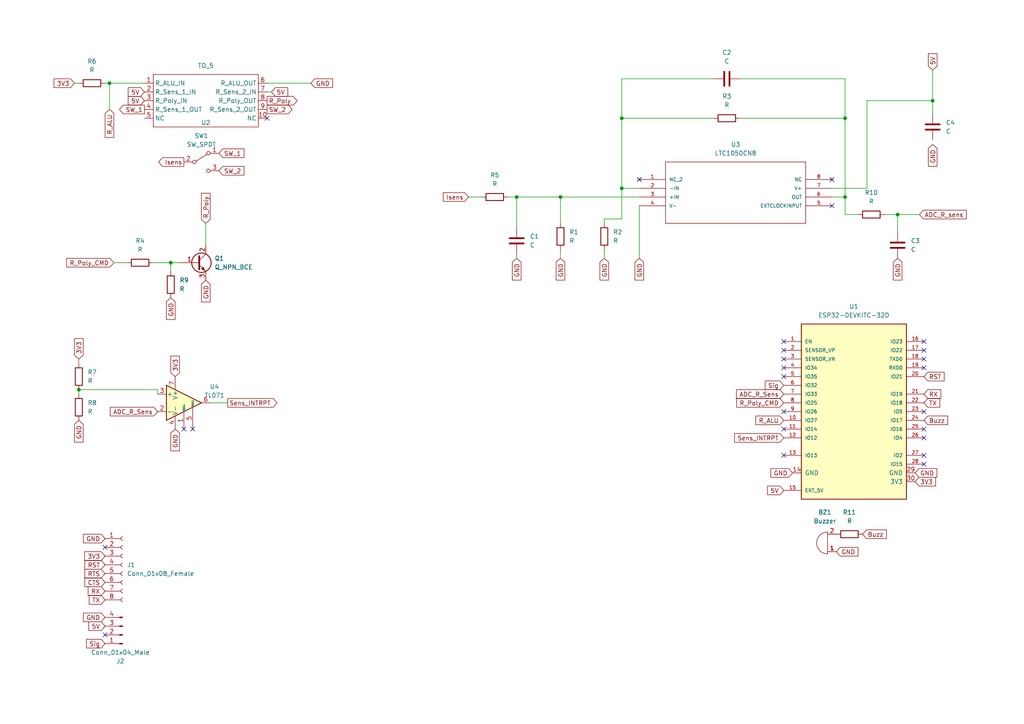
<source format=kicad_sch>
(kicad_sch (version 20210621) (generator eeschema)
  (paper "A4")
  (lib_symbols
    (symbol "Amplifier_Operational:TL071" (pin_names (offset 0.127))
      (property "Reference" "U" (at 0 6.35 0))
      (property "Value" "TL071" (at 0 3.81 0))
      (symbol "TL071_0_1"
        (polyline (pts (xy -5.08 5.08) (xy 5.08 0) (xy -5.08 -5.08) (xy -5.08 5.08)) (stroke (width 0.254)) (fill (type background)))
      )
      (symbol "TL071_1_1"
        (pin input line (at 0 -7.62 90) (length 5.08) (name "NULL") (number "1"))
        (pin input line (at -7.62 -2.54 0) (length 2.54) (name "-") (number "2"))
        (pin input line (at -7.62 2.54 0) (length 2.54) (name "+") (number "3"))
        (pin power_in line (at -2.54 -7.62 90) (length 3.81) (name "V-") (number "4"))
        (pin input line (at 2.54 -7.62 90) (length 6.35) (name "NULL") (number "5"))
        (pin output line (at 7.62 0 180) (length 2.54) (name "~") (number "6"))
        (pin power_in line (at -2.54 7.62 270) (length 3.81) (name "V+") (number "7"))
        (pin no_connect line (at 0 2.54 270) (length 2.54) hide (name "NC") (number "8"))
      )
    )
    (symbol "Connector:Conn_01x04_Male" (pin_names (offset 1.016) hide)
      (property "Reference" "J" (at 0 5.08 0))
      (property "Value" "Conn_01x04_Male" (at 0 -7.62 0))
      (symbol "Conn_01x04_Male_1_1"
        (polyline (pts (xy 1.27 -5.08) (xy 0.8636 -5.08)) (stroke (width 0.1524)))
        (polyline (pts (xy 1.27 -2.54) (xy 0.8636 -2.54)) (stroke (width 0.1524)))
        (polyline (pts (xy 1.27 0) (xy 0.8636 0)) (stroke (width 0.1524)))
        (polyline (pts (xy 1.27 2.54) (xy 0.8636 2.54)) (stroke (width 0.1524)))
        (rectangle (start 0.8636 -4.953) (end 0 -5.207) (stroke (width 0.1524)) (fill (type outline)))
        (rectangle (start 0.8636 -2.413) (end 0 -2.667) (stroke (width 0.1524)) (fill (type outline)))
        (rectangle (start 0.8636 0.127) (end 0 -0.127) (stroke (width 0.1524)) (fill (type outline)))
        (rectangle (start 0.8636 2.667) (end 0 2.413) (stroke (width 0.1524)) (fill (type outline)))
        (pin passive line (at 5.08 2.54 180) (length 3.81) (name "Pin_1") (number "1"))
        (pin passive line (at 5.08 0 180) (length 3.81) (name "Pin_2") (number "2"))
        (pin passive line (at 5.08 -2.54 180) (length 3.81) (name "Pin_3") (number "3"))
        (pin passive line (at 5.08 -5.08 180) (length 3.81) (name "Pin_4") (number "4"))
      )
    )
    (symbol "Connector:Conn_01x08_Female" (pin_names (offset 1.016) hide)
      (property "Reference" "J" (at 0 10.16 0))
      (property "Value" "Conn_01x08_Female" (at 0 -12.7 0))
      (symbol "Conn_01x08_Female_1_1"
        (arc (start 0 -9.652) (mid -0.508 -10.16) (end 0 -10.668) (stroke (width 0.1524)))
        (arc (start 0 -7.112) (mid -0.508 -7.62) (end 0 -8.128) (stroke (width 0.1524)))
        (arc (start 0 -4.572) (mid -0.508 -5.08) (end 0 -5.588) (stroke (width 0.1524)))
        (arc (start 0 -2.032) (mid -0.508 -2.54) (end 0 -3.048) (stroke (width 0.1524)))
        (polyline (pts (xy -1.27 -10.16) (xy -0.508 -10.16)) (stroke (width 0.1524)))
        (polyline (pts (xy -1.27 -7.62) (xy -0.508 -7.62)) (stroke (width 0.1524)))
        (polyline (pts (xy -1.27 -5.08) (xy -0.508 -5.08)) (stroke (width 0.1524)))
        (polyline (pts (xy -1.27 -2.54) (xy -0.508 -2.54)) (stroke (width 0.1524)))
        (polyline (pts (xy -1.27 0) (xy -0.508 0)) (stroke (width 0.1524)))
        (polyline (pts (xy -1.27 2.54) (xy -0.508 2.54)) (stroke (width 0.1524)))
        (polyline (pts (xy -1.27 5.08) (xy -0.508 5.08)) (stroke (width 0.1524)))
        (polyline (pts (xy -1.27 7.62) (xy -0.508 7.62)) (stroke (width 0.1524)))
        (arc (start 0 0.508) (mid -0.508 0) (end 0 -0.508) (stroke (width 0.1524)))
        (arc (start 0 3.048) (mid -0.508 2.54) (end 0 2.032) (stroke (width 0.1524)))
        (arc (start 0 5.588) (mid -0.508 5.08) (end 0 4.572) (stroke (width 0.1524)))
        (arc (start 0 8.128) (mid -0.508 7.62) (end 0 7.112) (stroke (width 0.1524)))
        (pin passive line (at -5.08 7.62 0) (length 3.81) (name "Pin_1") (number "1"))
        (pin passive line (at -5.08 5.08 0) (length 3.81) (name "Pin_2") (number "2"))
        (pin passive line (at -5.08 2.54 0) (length 3.81) (name "Pin_3") (number "3"))
        (pin passive line (at -5.08 0 0) (length 3.81) (name "Pin_4") (number "4"))
        (pin passive line (at -5.08 -2.54 0) (length 3.81) (name "Pin_5") (number "5"))
        (pin passive line (at -5.08 -5.08 0) (length 3.81) (name "Pin_6") (number "6"))
        (pin passive line (at -5.08 -7.62 0) (length 3.81) (name "Pin_7") (number "7"))
        (pin passive line (at -5.08 -10.16 0) (length 3.81) (name "Pin_8") (number "8"))
      )
    )
    (symbol "Device:Buzzer" (pin_names (offset 0.0254) hide)
      (property "Reference" "BZ" (at 3.81 1.27 0))
      (property "Value" "Buzzer" (at 3.81 -1.27 0))
      (symbol "Buzzer_0_1"
        (arc (start 0 -3.175) (mid 3.175 0) (end 0 3.175))
        (polyline (pts (xy -1.651 1.905) (xy -1.143 1.905)))
        (polyline (pts (xy -1.397 2.159) (xy -1.397 1.651)))
        (polyline (pts (xy 0 3.175) (xy 0 -3.175)))
      )
      (symbol "Buzzer_1_1"
        (pin passive line (at -2.54 2.54 0) (length 2.54) (name "-") (number "1"))
        (pin passive line (at -2.54 -2.54 0) (length 2.54) (name "+") (number "2"))
      )
    )
    (symbol "Device:C" (pin_numbers hide) (pin_names (offset 0.254))
      (property "Reference" "C" (at 0.635 2.54 0))
      (property "Value" "C" (at 0.635 -2.54 0))
      (symbol "C_0_1"
        (polyline (pts (xy -2.032 -0.762) (xy 2.032 -0.762)) (stroke (width 0.508)))
        (polyline (pts (xy -2.032 0.762) (xy 2.032 0.762)) (stroke (width 0.508)))
      )
      (symbol "C_1_1"
        (pin passive line (at 0 3.81 270) (length 2.794) (name "~") (number "1"))
        (pin passive line (at 0 -3.81 90) (length 2.794) (name "~") (number "2"))
      )
    )
    (symbol "Device:Q_NPN_BCE" (pin_names (offset 0) hide)
      (property "Reference" "Q" (at 5.08 1.27 0))
      (property "Value" "Q_NPN_BCE" (at 5.08 -1.27 0))
      (symbol "Q_NPN_BCE_0_1"
        (polyline (pts (xy 0.635 0.635) (xy 2.54 2.54)))
        (polyline (pts (xy 0.635 -0.635) (xy 2.54 -2.54) (xy 2.54 -2.54)))
        (polyline (pts (xy 0.635 1.905) (xy 0.635 -1.905) (xy 0.635 -1.905)) (stroke (width 0.508)))
        (polyline (pts (xy 1.27 -1.778) (xy 1.778 -1.27) (xy 2.286 -2.286) (xy 1.27 -1.778) (xy 1.27 -1.778)) (fill (type outline)))
        (circle (center 1.27 0) (radius 2.8194) (stroke (width 0.254)))
      )
      (symbol "Q_NPN_BCE_1_1"
        (pin input line (at -5.08 0 0) (length 5.715) (name "B") (number "1"))
        (pin passive line (at 2.54 5.08 270) (length 2.54) (name "C") (number "2"))
        (pin passive line (at 2.54 -5.08 90) (length 2.54) (name "E") (number "3"))
      )
    )
    (symbol "Device:R" (pin_numbers hide) (pin_names (offset 0))
      (property "Reference" "R" (at 2.032 0 90))
      (property "Value" "R" (at 0 0 90))
      (symbol "R_0_1"
        (rectangle (start -1.016 -2.54) (end 1.016 2.54) (stroke (width 0.254)))
      )
      (symbol "R_1_1"
        (pin passive line (at 0 3.81 270) (length 1.27) (name "~") (number "1"))
        (pin passive line (at 0 -3.81 90) (length 1.27) (name "~") (number "2"))
      )
    )
    (symbol "LTC1050CN8:LTC1050CN8" (pin_names (offset 1.016))
      (property "Reference" "U" (at 23.2156 9.1186 0))
      (property "Value" "LTC1050CN8" (at 22.5806 6.5786 0))
      (symbol "LTC1050CN8_0_0"
        (polyline (pts (xy 7.62 -12.7) (xy 48.26 -12.7)) (stroke (width 0.1524)))
        (polyline (pts (xy 7.62 5.08) (xy 7.62 -12.7)) (stroke (width 0.1524)))
        (polyline (pts (xy 48.26 -12.7) (xy 48.26 5.08)) (stroke (width 0.1524)))
        (polyline (pts (xy 48.26 5.08) (xy 7.62 5.08)) (stroke (width 0.1524)))
        (pin no_connect line (at 0 0 0) (length 7.62) (name "NC_2") (number "1"))
        (pin input line (at 0 -2.54 0) (length 7.62) (name "-IN") (number "2"))
        (pin input line (at 0 -5.08 0) (length 7.62) (name "+IN") (number "3"))
        (pin power_in line (at 0 -7.62 0) (length 7.62) (name "V-") (number "4"))
        (pin input line (at 55.88 -7.62 180) (length 7.62) (name "EXTCLOCKINPUT") (number "5"))
        (pin output line (at 55.88 -5.08 180) (length 7.62) (name "OUT") (number "6"))
        (pin power_in line (at 55.88 -2.54 180) (length 7.62) (name "V+") (number "7"))
        (pin no_connect line (at 55.88 0 180) (length 7.62) (name "NC") (number "8"))
      )
    )
    (symbol "Smart_Sensor:ESP32-DEVKITC-32D" (pin_names (offset 1.016))
      (property "Reference" "U" (at -15.2654 26.0604 0))
      (property "Value" "ESP32-DEVKITC-32D" (at -15.2654 -27.9654 0))
      (symbol "ESP32-DEVKITC-32D_0_0"
        (rectangle (start -15.24 -25.4) (end 15.24 25.4) (stroke (width 0.254)) (fill (type background)))
        (pin input line (at -20.32 20.32 0) (length 5.08) (name "EN") (number "1"))
        (pin bidirectional line (at -20.32 -2.54 0) (length 5.08) (name "IO27") (number "10"))
        (pin bidirectional line (at -20.32 -5.08 0) (length 5.08) (name "IO14") (number "11"))
        (pin bidirectional line (at -20.32 -7.62 0) (length 5.08) (name "IO12") (number "12"))
        (pin bidirectional line (at -20.32 -12.7 0) (length 5.08) (name "IO13") (number "13"))
        (pin power_in line (at -20.32 -22.86 0) (length 5.08) (name "EXT_5V") (number "15"))
        (pin bidirectional line (at 20.32 20.32 180) (length 5.08) (name "IO23") (number "16"))
        (pin bidirectional line (at 20.32 17.78 180) (length 5.08) (name "IO22") (number "17"))
        (pin output line (at 20.32 15.24 180) (length 5.08) (name "TXD0") (number "18"))
        (pin input line (at 20.32 12.7 180) (length 5.08) (name "RXD0") (number "19"))
        (pin input line (at -20.32 17.78 0) (length 5.08) (name "SENSOR_VP") (number "2"))
        (pin bidirectional line (at 20.32 10.16 180) (length 5.08) (name "IO21") (number "20"))
        (pin bidirectional line (at 20.32 5.08 180) (length 5.08) (name "IO19") (number "21"))
        (pin bidirectional line (at 20.32 2.54 180) (length 5.08) (name "IO18") (number "22"))
        (pin bidirectional line (at 20.32 0 180) (length 5.08) (name "IO5") (number "23"))
        (pin bidirectional line (at 20.32 -2.54 180) (length 5.08) (name "IO17") (number "24"))
        (pin bidirectional line (at 20.32 -5.08 180) (length 5.08) (name "IO16") (number "25"))
        (pin bidirectional line (at 20.32 -7.62 180) (length 5.08) (name "IO4") (number "26"))
        (pin bidirectional line (at 20.32 -12.7 180) (length 5.08) (name "IO2") (number "27"))
        (pin bidirectional line (at 20.32 -15.24 180) (length 5.08) (name "IO15") (number "28"))
        (pin input line (at -20.32 15.24 0) (length 5.08) (name "SENSOR_VN") (number "3"))
        (pin bidirectional line (at -20.32 12.7 0) (length 5.08) (name "IO34") (number "4"))
        (pin bidirectional line (at -20.32 10.16 0) (length 5.08) (name "IO35") (number "5"))
        (pin bidirectional line (at -20.32 7.62 0) (length 5.08) (name "IO32") (number "6"))
        (pin bidirectional line (at -20.32 5.08 0) (length 5.08) (name "IO33") (number "7"))
        (pin bidirectional line (at -20.32 2.54 0) (length 5.08) (name "IO25") (number "8"))
        (pin bidirectional line (at -20.32 0 0) (length 5.08) (name "IO26") (number "9"))
      )
      (symbol "ESP32-DEVKITC-32D_1_1"
        (pin bidirectional line (at -17.78 -17.78 0) (length 2.54) (name "GND") (number "14"))
        (pin bidirectional line (at 17.78 -17.78 180) (length 2.54) (name "GND") (number "29"))
        (pin power_in line (at 17.78 -20.32 180) (length 2.54) (name "3V3") (number "30"))
      )
    )
    (symbol "Smart_Sensor:TO_5"
      (property "Reference" "U2" (at 0 -3.81 0))
      (property "Value" "TO_5" (at 0 12.7 0))
      (symbol "TO_5_0_1"
        (rectangle (start -15.24 10.16) (end 15.24 -5.08) (stroke (width 0.1524)))
      )
      (symbol "TO_5_1_1"
        (pin input line (at -17.78 7.62 0) (length 2.54) (name "R_ALU_IN") (number "1"))
        (pin input line (at 17.78 -2.54 180) (length 2.54) (name "NC") (number "10"))
        (pin input line (at -17.78 5.08 0) (length 2.54) (name "R_Sens_1_IN") (number "2"))
        (pin input line (at -17.78 2.54 0) (length 2.54) (name "R_Poly_IN") (number "3"))
        (pin input line (at -17.78 0 0) (length 2.54) (name "R_Sens_1_OUT") (number "4"))
        (pin input line (at -17.78 -2.54 0) (length 2.54) (name "NC") (number "5"))
        (pin input line (at 17.78 7.62 180) (length 2.54) (name "R_ALU_OUT") (number "6"))
        (pin input line (at 17.78 5.08 180) (length 2.54) (name "R_Sens_2_IN") (number "7"))
        (pin input line (at 17.78 2.54 180) (length 2.54) (name "R_Poly_OUT") (number "8"))
        (pin input line (at 17.78 0 180) (length 2.54) (name "R_Sens_2_OUT") (number "9"))
      )
    )
    (symbol "Switch:SW_SPDT" (pin_names (offset 0) hide)
      (property "Reference" "SW" (at 0 4.318 0))
      (property "Value" "SW_SPDT" (at 0 -5.08 0))
      (symbol "SW_SPDT_0_0"
        (circle (center -2.032 0) (radius 0.508))
        (circle (center 2.032 -2.54) (radius 0.508))
      )
      (symbol "SW_SPDT_0_1"
        (polyline (pts (xy -1.524 0.254) (xy 1.651 2.286)))
        (circle (center 2.032 2.54) (radius 0.508))
      )
      (symbol "SW_SPDT_1_1"
        (pin passive line (at 5.08 2.54 180) (length 2.54) (name "A") (number "1"))
        (pin passive line (at -5.08 0 0) (length 2.54) (name "B") (number "2"))
        (pin passive line (at 5.08 -2.54 180) (length 2.54) (name "C") (number "3"))
      )
    )
  )
  (junction (at 22.86 113.03))
  (junction (at 149.86 57.15))
  (junction (at 31.75 24.13))
  (junction (at 162.56 57.15))
  (junction (at 270.51 29.21))
  (junction (at 245.11 57.15))
  (junction (at 180.34 54.61))
  (junction (at 245.11 34.29))
  (junction (at 49.53 76.2))
  (junction (at 180.34 34.29))
  (junction (at 260.35 62.23))
  (no_connect (at 77.47 34.29))
  (no_connect (at 55.88 124.46))
  (no_connect (at 53.34 124.46))
  (no_connect (at 30.48 184.15))
  (no_connect (at 267.97 127))
  (no_connect (at 267.97 134.62))
  (no_connect (at 267.97 132.08))
  (no_connect (at 267.97 124.46))
  (no_connect (at 267.97 106.68))
  (no_connect (at 267.97 99.06))
  (no_connect (at 267.97 101.6))
  (no_connect (at 267.97 104.14))
  (no_connect (at 227.33 119.38))
  (no_connect (at 227.33 132.08))
  (no_connect (at 227.33 124.46))
  (no_connect (at 267.97 119.38))
  (no_connect (at 227.33 101.6))
  (no_connect (at 227.33 104.14))
  (no_connect (at 227.33 106.68))
  (no_connect (at 227.33 99.06))
  (no_connect (at 227.33 109.22))
  (no_connect (at 241.3 59.69))
  (no_connect (at 241.3 52.07))
  (no_connect (at 185.42 52.07))
  (no_connect (at 30.48 158.75))
  (wire (pts (xy 60.96 116.84) (xy 66.04 116.84)))
  (wire (pts (xy 77.47 26.67) (xy 78.74 26.67)))
  (wire (pts (xy 30.48 24.13) (xy 31.75 24.13)))
  (wire (pts (xy 260.35 62.23) (xy 260.35 67.31)))
  (wire (pts (xy 256.54 62.23) (xy 260.35 62.23)))
  (wire (pts (xy 260.35 62.23) (xy 266.7 62.23)))
  (wire (pts (xy 33.02 76.2) (xy 36.83 76.2)))
  (wire (pts (xy 162.56 57.15) (xy 185.42 57.15)))
  (wire (pts (xy 149.86 57.15) (xy 162.56 57.15)))
  (wire (pts (xy 135.89 57.15) (xy 139.7 57.15)))
  (wire (pts (xy 245.11 34.29) (xy 245.11 57.15)))
  (wire (pts (xy 245.11 22.86) (xy 245.11 34.29)))
  (wire (pts (xy 241.3 57.15) (xy 245.11 57.15)))
  (wire (pts (xy 162.56 57.15) (xy 162.56 64.77)))
  (wire (pts (xy 31.75 24.13) (xy 31.75 31.75)))
  (wire (pts (xy 251.46 54.61) (xy 251.46 29.21)))
  (wire (pts (xy 241.3 54.61) (xy 251.46 54.61)))
  (wire (pts (xy 180.34 34.29) (xy 180.34 54.61)))
  (wire (pts (xy 180.34 22.86) (xy 180.34 34.29)))
  (wire (pts (xy 214.63 22.86) (xy 245.11 22.86)))
  (wire (pts (xy 270.51 20.32) (xy 270.51 29.21)))
  (wire (pts (xy 251.46 29.21) (xy 270.51 29.21)))
  (wire (pts (xy 49.53 76.2) (xy 49.53 78.74)))
  (wire (pts (xy 59.69 64.77) (xy 59.69 71.12)))
  (wire (pts (xy 22.86 113.03) (xy 22.86 114.3)))
  (wire (pts (xy 49.53 76.2) (xy 52.07 76.2)))
  (wire (pts (xy 44.45 76.2) (xy 49.53 76.2)))
  (wire (pts (xy 180.34 22.86) (xy 207.01 22.86)))
  (wire (pts (xy 245.11 57.15) (xy 245.11 62.23)))
  (wire (pts (xy 245.11 62.23) (xy 248.92 62.23)))
  (wire (pts (xy 175.26 63.5) (xy 175.26 64.77)))
  (wire (pts (xy 180.34 34.29) (xy 207.01 34.29)))
  (wire (pts (xy 214.63 34.29) (xy 245.11 34.29)))
  (wire (pts (xy 22.86 104.14) (xy 22.86 105.41)))
  (wire (pts (xy 162.56 72.39) (xy 162.56 74.93)))
  (wire (pts (xy 22.86 113.03) (xy 45.72 113.03)))
  (wire (pts (xy 45.72 113.03) (xy 45.72 114.3)))
  (wire (pts (xy 77.47 24.13) (xy 90.17 24.13)))
  (wire (pts (xy 147.32 57.15) (xy 149.86 57.15)))
  (wire (pts (xy 149.86 57.15) (xy 149.86 66.04)))
  (wire (pts (xy 175.26 72.39) (xy 175.26 74.93)))
  (wire (pts (xy 149.86 74.93) (xy 149.86 73.66)))
  (wire (pts (xy 31.75 24.13) (xy 41.91 24.13)))
  (wire (pts (xy 270.51 29.21) (xy 270.51 33.02)))
  (wire (pts (xy 185.42 59.69) (xy 185.42 74.93)))
  (wire (pts (xy 185.42 54.61) (xy 180.34 54.61)))
  (wire (pts (xy 21.59 24.13) (xy 22.86 24.13)))
  (wire (pts (xy 175.26 63.5) (xy 180.34 63.5)))
  (wire (pts (xy 180.34 54.61) (xy 180.34 63.5)))
  (global_label "RX" (shape input) (at 267.97 114.3 0) (property "Intersheet References" "${INTERSHEET_REFS}" (effects hide)))
  (global_label "3V3" (shape input) (at 21.59 24.13 180) (property "Intersheet References" "${INTERSHEET_REFS}" (effects hide)))
  (global_label "SW_2" (shape output) (at 77.47 31.75 0) (property "Intersheet References" "${INTERSHEET_REFS}" (effects hide)))
  (global_label "3V3" (shape input) (at 22.86 104.14 90) (property "Intersheet References" "${INTERSHEET_REFS}" (effects hide)))
  (global_label "Sens_INTRPT" (shape output) (at 66.04 116.84 0) (property "Intersheet References" "${INTERSHEET_REFS}" (effects hide)))
  (global_label "5V" (shape input) (at 41.91 29.21 180) (property "Intersheet References" "${INTERSHEET_REFS}" (effects hide)))
  (global_label "ADC_R_Sens" (shape input) (at 45.72 119.38 180) (property "Intersheet References" "${INTERSHEET_REFS}" (effects hide)))
  (global_label "RTS" (shape input) (at 30.48 166.37 180) (property "Intersheet References" "${INTERSHEET_REFS}" (effects hide)))
  (global_label "Sens_INTRPT" (shape input) (at 227.33 127 180) (property "Intersheet References" "${INTERSHEET_REFS}" (effects hide)))
  (global_label "Sig" (shape input) (at 30.48 186.69 180) (property "Intersheet References" "${INTERSHEET_REFS}" (effects hide)))
  (global_label "GND" (shape input) (at 90.17 24.13 0) (property "Intersheet References" "${INTERSHEET_REFS}" (effects hide)))
  (global_label "5V" (shape input) (at 30.48 181.61 180) (property "Intersheet References" "${INTERSHEET_REFS}" (effects hide)))
  (global_label "R_Poly" (shape output) (at 77.47 29.21 0) (property "Intersheet References" "${INTERSHEET_REFS}" (effects hide)))
  (global_label "RX" (shape input) (at 30.48 171.45 180) (property "Intersheet References" "${INTERSHEET_REFS}" (effects hide)))
  (global_label "ADC_R_Sens" (shape input) (at 227.33 114.3 180) (property "Intersheet References" "${INTERSHEET_REFS}" (effects hide)))
  (global_label "SW_1" (shape input) (at 63.5 44.45 0) (property "Intersheet References" "${INTERSHEET_REFS}" (effects hide)))
  (global_label "GND" (shape input) (at 175.26 74.93 270) (property "Intersheet References" "${INTERSHEET_REFS}" (effects hide)))
  (global_label "GND" (shape input) (at 185.42 74.93 270) (property "Intersheet References" "${INTERSHEET_REFS}" (effects hide)))
  (global_label "5V" (shape input) (at 227.33 142.24 180) (property "Intersheet References" "${INTERSHEET_REFS}" (effects hide)))
  (global_label "GND" (shape input) (at 265.43 137.16 0) (property "Intersheet References" "${INTERSHEET_REFS}" (effects hide)))
  (global_label "SW_2" (shape input) (at 63.5 49.53 0) (property "Intersheet References" "${INTERSHEET_REFS}" (effects hide)))
  (global_label "GND" (shape input) (at 59.69 81.28 270) (property "Intersheet References" "${INTERSHEET_REFS}" (effects hide)))
  (global_label "GND" (shape input) (at 49.53 86.36 270) (property "Intersheet References" "${INTERSHEET_REFS}" (effects hide)))
  (global_label "R_Poly_CMD" (shape input) (at 227.33 116.84 180) (property "Intersheet References" "${INTERSHEET_REFS}" (effects hide)))
  (global_label "R_Poly" (shape input) (at 59.69 64.77 90) (property "Intersheet References" "${INTERSHEET_REFS}" (effects hide)))
  (global_label "GND" (shape input) (at 22.86 121.92 270) (property "Intersheet References" "${INTERSHEET_REFS}" (effects hide)))
  (global_label "5V" (shape input) (at 41.91 26.67 180) (property "Intersheet References" "${INTERSHEET_REFS}" (effects hide)))
  (global_label "GND" (shape input) (at 260.35 74.93 270) (property "Intersheet References" "${INTERSHEET_REFS}" (effects hide)))
  (global_label "SW_1" (shape output) (at 41.91 31.75 180) (property "Intersheet References" "${INTERSHEET_REFS}" (effects hide)))
  (global_label "RST" (shape input) (at 267.97 109.22 0) (property "Intersheet References" "${INTERSHEET_REFS}" (effects hide)))
  (global_label "GND" (shape input) (at 30.48 156.21 180) (property "Intersheet References" "${INTERSHEET_REFS}" (effects hide)))
  (global_label "GND" (shape input) (at 162.56 74.93 270) (property "Intersheet References" "${INTERSHEET_REFS}" (effects hide)))
  (global_label "GND" (shape input) (at 30.48 179.07 180) (property "Intersheet References" "${INTERSHEET_REFS}" (effects hide)))
  (global_label "3V3" (shape input) (at 265.43 139.7 0) (property "Intersheet References" "${INTERSHEET_REFS}" (effects hide)))
  (global_label "R_Poly_CMD" (shape input) (at 33.02 76.2 180) (property "Intersheet References" "${INTERSHEET_REFS}" (effects hide)))
  (global_label "GND" (shape input) (at 50.8 124.46 270) (property "Intersheet References" "${INTERSHEET_REFS}" (effects hide)))
  (global_label "GND" (shape input) (at 229.87 137.16 180) (property "Intersheet References" "${INTERSHEET_REFS}" (effects hide)))
  (global_label "CTS" (shape input) (at 30.48 168.91 180) (property "Intersheet References" "${INTERSHEET_REFS}" (effects hide)))
  (global_label "3V3" (shape input) (at 50.8 109.22 90) (property "Intersheet References" "${INTERSHEET_REFS}" (effects hide)))
  (global_label "3V3" (shape input) (at 30.48 161.29 180) (property "Intersheet References" "${INTERSHEET_REFS}" (effects hide)))
  (global_label "RST" (shape input) (at 30.48 163.83 180) (property "Intersheet References" "${INTERSHEET_REFS}" (effects hide)))
  (global_label "Isens" (shape input) (at 135.89 57.15 180) (property "Intersheet References" "${INTERSHEET_REFS}" (effects hide)))
  (global_label "ADC_R_sens" (shape input) (at 266.7 62.23 0) (property "Intersheet References" "${INTERSHEET_REFS}" (effects hide)))
  (global_label "R_ALU" (shape input) (at 227.33 121.92 180) (property "Intersheet References" "${INTERSHEET_REFS}" (effects hide)))
  (global_label "TX" (shape input) (at 30.48 173.99 180) (property "Intersheet References" "${INTERSHEET_REFS}" (effects hide)))
  (global_label "5V" (shape input) (at 78.74 26.67 0) (property "Intersheet References" "${INTERSHEET_REFS}" (effects hide)))
  (global_label "Sig" (shape input) (at 227.33 111.76 180) (property "Intersheet References" "${INTERSHEET_REFS}" (effects hide)))
  (global_label "R_ALU" (shape input) (at 31.75 31.75 270) (property "Intersheet References" "${INTERSHEET_REFS}" (effects hide)))
  (global_label "GND" (shape input) (at 270.51 41.91 270) (property "Intersheet References" "${INTERSHEET_REFS}" (effects hide)))
  (global_label "5V" (shape input) (at 270.51 20.32 90) (property "Intersheet References" "${INTERSHEET_REFS}" (effects hide)))
  (global_label "GND" (shape input) (at 149.86 74.93 270) (property "Intersheet References" "${INTERSHEET_REFS}" (effects hide)))
  (global_label "Buzz" (shape input) (at 250.19 154.94 0) (property "Intersheet References" "${INTERSHEET_REFS}" (effects hide)))
  (global_label "TX" (shape input) (at 267.97 116.84 0) (property "Intersheet References" "${INTERSHEET_REFS}" (effects hide)))
  (global_label "Buzz" (shape input) (at 267.97 121.92 0) (property "Intersheet References" "${INTERSHEET_REFS}" (effects hide)))
  (global_label "Isens" (shape output) (at 53.34 46.99 180) (property "Intersheet References" "${INTERSHEET_REFS}" (effects hide)))
  (global_label "GND" (shape input) (at 242.57 160.02 0) (property "Intersheet References" "${INTERSHEET_REFS}" (effects hide)))
  (symbol (lib_id "Device:R") (at 22.86 118.11 0) (unit 1)
    (property "Reference" "R8" (at 25.4 116.8399 0) (effects (justify left)))
    (property "Value" "R" (at 25.4 119.3799 0) (effects (justify left)))
    (property "Footprint" "Resistor_THT:R_Axial_DIN0411_L9.9mm_D3.6mm_P12.70mm_Horizontal" (effects hide))
  )
  (symbol (lib_id "Device:R") (at 143.51 57.15 90) (unit 1)
    (property "Reference" "R5" (at 143.51 50.8 90))
    (property "Value" "R" (at 143.51 53.34 90))
    (property "Footprint" "Resistor_THT:R_Axial_DIN0411_L9.9mm_D3.6mm_P12.70mm_Horizontal" (effects hide))
  )
  (symbol (lib_id "Device:R") (at 22.86 109.22 0) (unit 1)
    (property "Reference" "R7" (at 25.4 107.9499 0) (effects (justify left)))
    (property "Value" "R" (at 25.4 110.4899 0) (effects (justify left)))
    (property "Footprint" "Resistor_THT:R_Axial_DIN0411_L9.9mm_D3.6mm_P12.70mm_Horizontal" (effects hide))
  )
  (symbol (lib_id "Device:C") (at 149.86 69.85 0) (unit 1)
    (property "Reference" "C1" (at 153.67 68.5799 0) (effects (justify left)))
    (property "Value" "C" (at 153.67 71.1199 0) (effects (justify left)))
    (property "Footprint" "Capacitor_THT:C_Axial_L3.8mm_D2.6mm_P7.50mm_Horizontal" (effects hide))
  )
  (symbol (lib_id "Connector:Conn_01x08_Female") (at 35.56 163.83 0) (unit 1)
    (property "Reference" "J1" (at 36.83 163.8299 0) (effects (justify left)))
    (property "Value" "Conn_01x08_Female" (at 36.83 166.3699 0) (effects (justify left)))
    (property "Footprint" "Connector_PinSocket_2.54mm:PinSocket_1x08_P2.54mm_Vertical" (effects hide))
  )
  (symbol (lib_id "Device:C") (at 260.35 71.12 0) (unit 1)
    (property "Reference" "C3" (at 264.16 69.8499 0) (effects (justify left)))
    (property "Value" "C" (at 264.16 72.3899 0) (effects (justify left)))
    (property "Footprint" "Capacitor_THT:C_Axial_L3.8mm_D2.6mm_P7.50mm_Horizontal" (effects hide))
  )
  (symbol (lib_id "Device:R") (at 40.64 76.2 270) (unit 1)
    (property "Reference" "R4" (at 40.64 69.85 90))
    (property "Value" "R" (at 40.64 72.39 90))
    (property "Footprint" "Resistor_THT:R_Axial_DIN0411_L9.9mm_D3.6mm_P12.70mm_Horizontal" (effects hide))
  )
  (symbol (lib_id "Device:R") (at 49.53 82.55 180) (unit 1)
    (property "Reference" "R9" (at 52.07 81.2799 0) (effects (justify right)))
    (property "Value" "R" (at 52.07 83.8199 0) (effects (justify right)))
    (property "Footprint" "Resistor_THT:R_Axial_DIN0411_L9.9mm_D3.6mm_P12.70mm_Horizontal" (effects hide))
  )
  (symbol (lib_id "Smart_Sensor:TO_5") (at 59.69 31.75 0) (unit 1)
    (property "Reference" "U2" (at 59.69 35.56 0))
    (property "Value" "TO_5" (at 59.69 19.05 0))
    (property "Footprint" "TO_5:TO-5" (effects hide))
  )
  (symbol (lib_id "Smart_Sensor:ESP32-DEVKITC-32D") (at 247.65 119.38 0) (unit 1)
    (property "Reference" "U1" (at 247.65 88.9 0))
    (property "Value" "ESP32-DEVKITC-32D" (at 247.65 91.44 0))
    (property "Footprint" "TO_5:MODULE_ESP32-DEVKITC-32D" (effects hide))
    (property "PARTREV" "4" (effects hide))
    (property "MANUFACTURER" "Espressif Systems" (effects hide))
  )
  (symbol (lib_id "Device:C") (at 270.51 36.83 0) (unit 1)
    (property "Reference" "C4" (at 274.32 35.5599 0) (effects (justify left)))
    (property "Value" "C" (at 274.32 38.0999 0) (effects (justify left)))
    (property "Footprint" "Capacitor_THT:C_Axial_L3.8mm_D2.6mm_P7.50mm_Horizontal" (effects hide))
  )
  (symbol (lib_id "LTC1050CN8:LTC1050CN8") (at 185.42 52.07 0) (unit 1)
    (property "Reference" "U3" (at 213.36 41.91 0))
    (property "Value" "LTC1050CN8" (at 213.36 44.45 0))
    (property "Footprint" "Package_DIP:DIP-8_W7.62mm_LongPads" (effects hide))
    (property "MANUFACTURER_PART_NUMBER" "ltc1050cn8" (effects hide))
    (property "VENDOR" "Linear Technology" (effects hide))
    (property "COPYRIGHT" "Copyright C 2016 Accelerated Designs. All rights reserved" (effects hide))
  )
  (symbol (lib_id "Device:R") (at 26.67 24.13 270) (unit 1)
    (property "Reference" "R6" (at 26.67 17.78 90))
    (property "Value" "R" (at 26.67 20.32 90))
    (property "Footprint" "Resistor_THT:R_Axial_DIN0411_L9.9mm_D3.6mm_P12.70mm_Horizontal" (effects hide))
  )
  (symbol (lib_id "Amplifier_Operational:TL071") (at 53.34 116.84 0) (unit 1)
    (property "Reference" "U4" (at 62.23 112.141 0))
    (property "Value" "TL071" (at 62.23 114.681 0))
    (property "Footprint" "Package_DIP:DIP-8_W7.62mm_LongPads" (effects hide))
    (property "Datasheet" "http://www.ti.com/lit/ds/symlink/tl071.pdf" (effects hide))
  )
  (symbol (lib_id "Device:Q_NPN_BCE") (at 57.15 76.2 0) (unit 1)
    (property "Reference" "Q1" (at 62.23 74.9299 0) (effects (justify left)))
    (property "Value" "Q_NPN_BCE" (at 62.23 77.4699 0) (effects (justify left)))
    (property "Footprint" "Package_TO_SOT_THT:TO-92" (effects hide))
  )
  (symbol (lib_id "Connector:Conn_01x04_Male") (at 35.56 184.15 180) (unit 1)
    (property "Reference" "J2" (at 34.925 191.77 0))
    (property "Value" "Conn_01x04_Male" (at 34.925 189.23 0))
    (property "Footprint" "Connector_JST:JST_PH_B4B-PH-K_1x04_P2.00mm_Vertical" (effects hide))
  )
  (symbol (lib_id "Device:R") (at 162.56 68.58 0) (unit 1)
    (property "Reference" "R1" (at 165.1 67.3099 0) (effects (justify left)))
    (property "Value" "R" (at 165.1 69.8499 0) (effects (justify left)))
    (property "Footprint" "Resistor_THT:R_Axial_DIN0411_L9.9mm_D3.6mm_P12.70mm_Horizontal" (effects hide))
  )
  (symbol (lib_id "Device:R") (at 210.82 34.29 90) (unit 1)
    (property "Reference" "R3" (at 210.82 27.94 90))
    (property "Value" "R" (at 210.82 30.48 90))
    (property "Footprint" "Resistor_THT:R_Axial_DIN0411_L9.9mm_D3.6mm_P12.70mm_Horizontal" (effects hide))
  )
  (symbol (lib_id "Device:R") (at 175.26 68.58 0) (unit 1)
    (property "Reference" "R2" (at 177.8 67.3099 0) (effects (justify left)))
    (property "Value" "R" (at 177.8 69.8499 0) (effects (justify left)))
    (property "Footprint" "Resistor_THT:R_Axial_DIN0411_L9.9mm_D3.6mm_P12.70mm_Horizontal" (effects hide))
  )
  (symbol (lib_id "Device:Buzzer") (at 240.03 157.48 180) (unit 1)
    (property "Reference" "BZ1" (at 239.268 148.59 0))
    (property "Value" "Buzzer" (at 239.268 151.13 0))
    (property "Footprint" "Buzzer_Beeper:Buzzer_12x9.5RM7.6" (effects hide))
  )
  (symbol (lib_id "Device:R") (at 252.73 62.23 90) (unit 1)
    (property "Reference" "R10" (at 252.73 55.88 90))
    (property "Value" "R" (at 252.73 58.42 90))
    (property "Footprint" "Resistor_THT:R_Axial_DIN0411_L9.9mm_D3.6mm_P12.70mm_Horizontal" (effects hide))
  )
  (symbol (lib_id "Device:R") (at 246.38 154.94 90) (unit 1)
    (property "Reference" "R11" (at 246.38 148.59 90))
    (property "Value" "R" (at 246.38 151.13 90))
    (property "Footprint" "Resistor_THT:R_Axial_DIN0411_L9.9mm_D3.6mm_P12.70mm_Horizontal" (effects hide))
  )
  (symbol (lib_id "Device:C") (at 210.82 22.86 90) (unit 1)
    (property "Reference" "C2" (at 210.82 15.24 90))
    (property "Value" "C" (at 210.82 17.78 90))
    (property "Footprint" "Capacitor_THT:C_Axial_L3.8mm_D2.6mm_P7.50mm_Horizontal" (effects hide))
  )
  (symbol (lib_id "Switch:SW_SPDT") (at 58.42 46.99 0) (unit 1)
    (property "Reference" "SW1" (at 58.42 39.37 0))
    (property "Value" "SW_SPDT" (at 58.42 41.91 0))
    (property "Footprint" "Button_Switch_THT:SW_CuK_OS102011MA1QN1_SPDT_Angled" (effects hide))
  )
)
</source>
